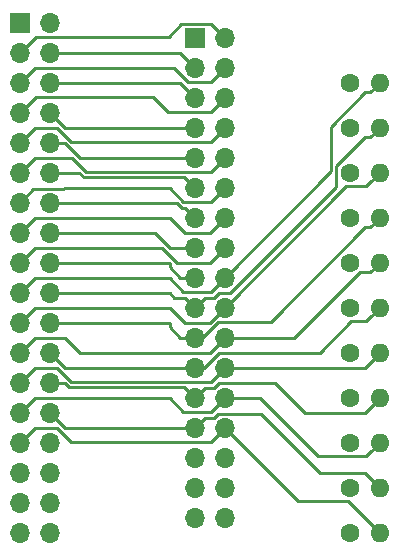
<source format=gbr>
G04 #@! TF.GenerationSoftware,KiCad,Pcbnew,(5.1.2-1)-1*
G04 #@! TF.CreationDate,2019-07-09T21:50:49+10:00*
G04 #@! TF.ProjectId,b2,62322e6b-6963-4616-945f-706362585858,rev?*
G04 #@! TF.SameCoordinates,Original*
G04 #@! TF.FileFunction,Copper,L1,Top*
G04 #@! TF.FilePolarity,Positive*
%FSLAX46Y46*%
G04 Gerber Fmt 4.6, Leading zero omitted, Abs format (unit mm)*
G04 Created by KiCad (PCBNEW (5.1.2-1)-1) date 2019-07-09 21:50:49*
%MOMM*%
%LPD*%
G04 APERTURE LIST*
%ADD10O,1.600000X1.600000*%
%ADD11C,1.600000*%
%ADD12O,1.700000X1.700000*%
%ADD13R,1.700000X1.700000*%
%ADD14C,0.250000*%
G04 APERTURE END LIST*
D10*
X73660000Y-66040000D03*
D11*
X71120000Y-66040000D03*
D10*
X73660000Y-69850000D03*
D11*
X71120000Y-69850000D03*
D10*
X73660000Y-73660000D03*
D11*
X71120000Y-73660000D03*
D10*
X73660000Y-77470000D03*
D11*
X71120000Y-77470000D03*
D10*
X73660000Y-81280000D03*
D11*
X71120000Y-81280000D03*
D10*
X73660000Y-85090000D03*
D11*
X71120000Y-85090000D03*
D10*
X73660000Y-88900000D03*
D11*
X71120000Y-88900000D03*
D10*
X73660000Y-92710000D03*
D11*
X71120000Y-92710000D03*
D10*
X73660000Y-96520000D03*
D11*
X71120000Y-96520000D03*
D10*
X73660000Y-100330000D03*
D11*
X71120000Y-100330000D03*
D10*
X73660000Y-104140000D03*
D11*
X71120000Y-104140000D03*
D12*
X60540000Y-102870000D03*
X58000000Y-102870000D03*
X60540000Y-100330000D03*
X58000000Y-100330000D03*
X60540000Y-97790000D03*
X58000000Y-97790000D03*
X60540000Y-95250000D03*
X58000000Y-95250000D03*
X60540000Y-92710000D03*
X58000000Y-92710000D03*
X60540000Y-90170000D03*
X58000000Y-90170000D03*
X60540000Y-87630000D03*
X58000000Y-87630000D03*
X60540000Y-85090000D03*
X58000000Y-85090000D03*
X60540000Y-82550000D03*
X58000000Y-82550000D03*
X60540000Y-80010000D03*
X58000000Y-80010000D03*
X60540000Y-77470000D03*
X58000000Y-77470000D03*
X60540000Y-74930000D03*
X58000000Y-74930000D03*
X60540000Y-72390000D03*
X58000000Y-72390000D03*
X60540000Y-69850000D03*
X58000000Y-69850000D03*
X60540000Y-67310000D03*
X58000000Y-67310000D03*
X60540000Y-64770000D03*
X58000000Y-64770000D03*
X60540000Y-62230000D03*
D13*
X58000000Y-62230000D03*
D12*
X45720000Y-104140000D03*
X43180000Y-104140000D03*
X45720000Y-101600000D03*
X43180000Y-101600000D03*
X45720000Y-99060000D03*
X43180000Y-99060000D03*
X45720000Y-96520000D03*
X43180000Y-96520000D03*
X45720000Y-93980000D03*
X43180000Y-93980000D03*
X45720000Y-91440000D03*
X43180000Y-91440000D03*
X45720000Y-88900000D03*
X43180000Y-88900000D03*
X45720000Y-86360000D03*
X43180000Y-86360000D03*
X45720000Y-83820000D03*
X43180000Y-83820000D03*
X45720000Y-81280000D03*
X43180000Y-81280000D03*
X45720000Y-78740000D03*
X43180000Y-78740000D03*
X45720000Y-76200000D03*
X43180000Y-76200000D03*
X45720000Y-73660000D03*
X43180000Y-73660000D03*
X45720000Y-71120000D03*
X43180000Y-71120000D03*
X45720000Y-68580000D03*
X43180000Y-68580000D03*
X45720000Y-66040000D03*
X43180000Y-66040000D03*
X45720000Y-63500000D03*
X43180000Y-63500000D03*
X45720000Y-60960000D03*
D13*
X43180000Y-60960000D03*
D14*
X55880000Y-80010000D02*
X58000000Y-80010000D01*
X54610000Y-78740000D02*
X55880000Y-80010000D01*
X45720000Y-78740000D02*
X54610000Y-78740000D01*
X43180000Y-78740000D02*
X44450000Y-77470000D01*
X44450000Y-77470000D02*
X55880000Y-77470000D01*
X55880000Y-77470000D02*
X57150000Y-78740000D01*
X59270000Y-78740000D02*
X60540000Y-77470000D01*
X57150000Y-78740000D02*
X59270000Y-78740000D01*
X56933591Y-76620001D02*
X57150001Y-76620001D01*
X56513590Y-76200000D02*
X56933591Y-76620001D01*
X57150001Y-76620001D02*
X58000000Y-77470000D01*
X45720000Y-76200000D02*
X56513590Y-76200000D01*
X44355001Y-75024999D02*
X46895001Y-75024999D01*
X43180000Y-76200000D02*
X44355001Y-75024999D01*
X46895001Y-75024999D02*
X46990000Y-74930000D01*
X46990000Y-74930000D02*
X55880000Y-74930000D01*
X59690001Y-75779999D02*
X60540000Y-74930000D01*
X59364999Y-76105001D02*
X59690001Y-75779999D01*
X57055001Y-76105001D02*
X59364999Y-76105001D01*
X55880000Y-74930000D02*
X57055001Y-76105001D01*
X48254360Y-73660000D02*
X48609371Y-74015011D01*
X45720000Y-73660000D02*
X48254360Y-73660000D01*
X57085011Y-74015011D02*
X58000000Y-74930000D01*
X48609371Y-74015011D02*
X57085011Y-74015011D01*
X43180000Y-73660000D02*
X44450000Y-72390000D01*
X59364999Y-73565001D02*
X59690001Y-73239999D01*
X48795771Y-73565001D02*
X59364999Y-73565001D01*
X59690001Y-73239999D02*
X60540000Y-72390000D01*
X47620770Y-72390000D02*
X48795771Y-73565001D01*
X44450000Y-72390000D02*
X47620770Y-72390000D01*
X56797919Y-72390000D02*
X58000000Y-72390000D01*
X46987180Y-71120000D02*
X48257180Y-72390000D01*
X48257180Y-72390000D02*
X56797919Y-72390000D01*
X45720000Y-71120000D02*
X46987180Y-71120000D01*
X43180000Y-71120000D02*
X44450000Y-69850000D01*
X59364999Y-71025001D02*
X59690001Y-70699999D01*
X47528591Y-71025001D02*
X59364999Y-71025001D01*
X46353590Y-69850000D02*
X47528591Y-71025001D01*
X59690001Y-70699999D02*
X60540000Y-69850000D01*
X44450000Y-69850000D02*
X46353590Y-69850000D01*
X46990000Y-69850000D02*
X58000000Y-69850000D01*
X45720000Y-68580000D02*
X46990000Y-69850000D01*
X44544999Y-67215001D02*
X54515001Y-67215001D01*
X43180000Y-68580000D02*
X44544999Y-67215001D01*
X59690001Y-68159999D02*
X60540000Y-67310000D01*
X59364999Y-68485001D02*
X59690001Y-68159999D01*
X55785001Y-68485001D02*
X59364999Y-68485001D01*
X54515001Y-67215001D02*
X55785001Y-68485001D01*
X56730000Y-66040000D02*
X58000000Y-67310000D01*
X45720000Y-66040000D02*
X56730000Y-66040000D01*
X43180000Y-66040000D02*
X44450000Y-64770000D01*
X59690001Y-65619999D02*
X60540000Y-64770000D01*
X57435999Y-65945001D02*
X59364999Y-65945001D01*
X56260998Y-64770000D02*
X57435999Y-65945001D01*
X59364999Y-65945001D02*
X59690001Y-65619999D01*
X44450000Y-64770000D02*
X56260998Y-64770000D01*
X56730000Y-63500000D02*
X58000000Y-64770000D01*
X45720000Y-63500000D02*
X56730000Y-63500000D01*
X43180000Y-96520000D02*
X44450000Y-95250000D01*
X59364999Y-96425001D02*
X59690001Y-96099999D01*
X47528591Y-96425001D02*
X59364999Y-96425001D01*
X46353590Y-95250000D02*
X47528591Y-96425001D01*
X59690001Y-96099999D02*
X60540000Y-95250000D01*
X44450000Y-95250000D02*
X46353590Y-95250000D01*
X70975001Y-101455001D02*
X72860001Y-103340001D01*
X66745001Y-101455001D02*
X70975001Y-101455001D01*
X72860001Y-103340001D02*
X73660000Y-104140000D01*
X60540000Y-95250000D02*
X66745001Y-101455001D01*
X46990000Y-95250000D02*
X58000000Y-95250000D01*
X45720000Y-93980000D02*
X46990000Y-95250000D01*
X63594999Y-94074999D02*
X68580000Y-99060000D01*
X58000000Y-95250000D02*
X58849999Y-94400001D01*
X59650997Y-94400001D02*
X59975999Y-94074999D01*
X72390000Y-99060000D02*
X73660000Y-100330000D01*
X68580000Y-99060000D02*
X72390000Y-99060000D01*
X58849999Y-94400001D02*
X59650997Y-94400001D01*
X59975999Y-94074999D02*
X63594999Y-94074999D01*
X43180000Y-93980000D02*
X44450000Y-92710000D01*
X44450000Y-92710000D02*
X55880000Y-92710000D01*
X59690001Y-93559999D02*
X60540000Y-92710000D01*
X59364999Y-93885001D02*
X59690001Y-93559999D01*
X57055001Y-93885001D02*
X59364999Y-93885001D01*
X55880000Y-92710000D02*
X57055001Y-93885001D01*
X60540000Y-92710000D02*
X63500000Y-92710000D01*
X72534999Y-97645001D02*
X72860001Y-97319999D01*
X68435001Y-97645001D02*
X72534999Y-97645001D01*
X72860001Y-97319999D02*
X73660000Y-96520000D01*
X63500000Y-92710000D02*
X68435001Y-97645001D01*
X46987180Y-91440000D02*
X47342191Y-91795011D01*
X45720000Y-91440000D02*
X46987180Y-91440000D01*
X57085011Y-91795011D02*
X58000000Y-92710000D01*
X47342191Y-91795011D02*
X57085011Y-91795011D01*
X59650997Y-91860001D02*
X60070998Y-91440000D01*
X58849999Y-91860001D02*
X59650997Y-91860001D01*
X58000000Y-92710000D02*
X58849999Y-91860001D01*
X60070998Y-91440000D02*
X64770000Y-91440000D01*
X64770000Y-91440000D02*
X67310000Y-93980000D01*
X72390000Y-93980000D02*
X73660000Y-92710000D01*
X67310000Y-93980000D02*
X72390000Y-93980000D01*
X43180000Y-91440000D02*
X44450000Y-90170000D01*
X59690001Y-91019999D02*
X60540000Y-90170000D01*
X47528591Y-91345001D02*
X59364999Y-91345001D01*
X59364999Y-91345001D02*
X59690001Y-91019999D01*
X46353590Y-90170000D02*
X47528591Y-91345001D01*
X44450000Y-90170000D02*
X46353590Y-90170000D01*
X72390000Y-90170000D02*
X73660000Y-88900000D01*
X60540000Y-90170000D02*
X72390000Y-90170000D01*
X46990000Y-90170000D02*
X58000000Y-90170000D01*
X45720000Y-88900000D02*
X46990000Y-90170000D01*
X58800998Y-90170000D02*
X60070998Y-88900000D01*
X58000000Y-90170000D02*
X58800998Y-90170000D01*
X60070998Y-88900000D02*
X68580000Y-88900000D01*
X72860001Y-85889999D02*
X73660000Y-85090000D01*
X72534999Y-86215001D02*
X72860001Y-85889999D01*
X71264999Y-86215001D02*
X72534999Y-86215001D01*
X68580000Y-88900000D02*
X71264999Y-86215001D01*
X43180000Y-88900000D02*
X44450000Y-87630000D01*
X44450000Y-87630000D02*
X46990000Y-87630000D01*
X59690001Y-88479999D02*
X60540000Y-87630000D01*
X59270000Y-88900000D02*
X59690001Y-88479999D01*
X48260000Y-88900000D02*
X59270000Y-88900000D01*
X46990000Y-87630000D02*
X48260000Y-88900000D01*
X72860001Y-82079999D02*
X73660000Y-81280000D01*
X71985003Y-82079999D02*
X72860001Y-82079999D01*
X66435002Y-87630000D02*
X71985003Y-82079999D01*
X60540000Y-87630000D02*
X66435002Y-87630000D01*
X56797919Y-87630000D02*
X58000000Y-87630000D01*
X55880000Y-86360000D02*
X55880000Y-86712081D01*
X55880000Y-86712081D02*
X56797919Y-87630000D01*
X45720000Y-86360000D02*
X55880000Y-86360000D01*
X72860001Y-78269999D02*
X73660000Y-77470000D01*
X72464999Y-78269999D02*
X72860001Y-78269999D01*
X64469997Y-86265001D02*
X72464999Y-78269999D01*
X60001409Y-86265001D02*
X64469997Y-86265001D01*
X58636410Y-87630000D02*
X60001409Y-86265001D01*
X58000000Y-87630000D02*
X58636410Y-87630000D01*
X43180000Y-86360000D02*
X44450000Y-85090000D01*
X44450000Y-85090000D02*
X55880000Y-85090000D01*
X55880000Y-85090000D02*
X57150000Y-86360000D01*
X59270000Y-86360000D02*
X60540000Y-85090000D01*
X57150000Y-86360000D02*
X59270000Y-86360000D01*
X72860001Y-74459999D02*
X73660000Y-73660000D01*
X70844999Y-74785001D02*
X72534999Y-74785001D01*
X72534999Y-74785001D02*
X72860001Y-74459999D01*
X60540000Y-85090000D02*
X70844999Y-74785001D01*
X57150001Y-84240001D02*
X58000000Y-85090000D01*
X56300001Y-84240001D02*
X57150001Y-84240001D01*
X55880000Y-83820000D02*
X56300001Y-84240001D01*
X45720000Y-83820000D02*
X55880000Y-83820000D01*
X72464999Y-70649999D02*
X72860001Y-70649999D01*
X69994999Y-73119999D02*
X72464999Y-70649999D01*
X61009002Y-83820000D02*
X69994999Y-74834003D01*
X60070998Y-83820000D02*
X61009002Y-83820000D01*
X69994999Y-74834003D02*
X69994999Y-73119999D01*
X59650997Y-84240001D02*
X60070998Y-83820000D01*
X72860001Y-70649999D02*
X73660000Y-69850000D01*
X58849999Y-84240001D02*
X59650997Y-84240001D01*
X58000000Y-85090000D02*
X58849999Y-84240001D01*
X59690001Y-83399999D02*
X60540000Y-82550000D01*
X57055001Y-83725001D02*
X59364999Y-83725001D01*
X59364999Y-83725001D02*
X59690001Y-83399999D01*
X55880000Y-82550000D02*
X57055001Y-83725001D01*
X44450000Y-82550000D02*
X55880000Y-82550000D01*
X43180000Y-83820000D02*
X44450000Y-82550000D01*
X69544989Y-73545011D02*
X69544989Y-69760009D01*
X60540000Y-82550000D02*
X69544989Y-73545011D01*
X72860001Y-66839999D02*
X73660000Y-66040000D01*
X72464999Y-66839999D02*
X72860001Y-66839999D01*
X69544989Y-69760009D02*
X72464999Y-66839999D01*
X45720000Y-81280000D02*
X55877180Y-81280000D01*
X56797919Y-82550000D02*
X58000000Y-82550000D01*
X55877180Y-81629261D02*
X56797919Y-82550000D01*
X55877180Y-81280000D02*
X55877180Y-81629261D01*
X43180000Y-81280000D02*
X44450000Y-80010000D01*
X55243590Y-80010000D02*
X56513590Y-81280000D01*
X44450000Y-80010000D02*
X55243590Y-80010000D01*
X59270000Y-81280000D02*
X60540000Y-80010000D01*
X56513590Y-81280000D02*
X59270000Y-81280000D01*
X59690001Y-61380001D02*
X60540000Y-62230000D01*
X59364999Y-61054999D02*
X59690001Y-61380001D01*
X55809997Y-62135001D02*
X56889999Y-61054999D01*
X56889999Y-61054999D02*
X59364999Y-61054999D01*
X44544999Y-62135001D02*
X55809997Y-62135001D01*
X43180000Y-63500000D02*
X44544999Y-62135001D01*
M02*

</source>
